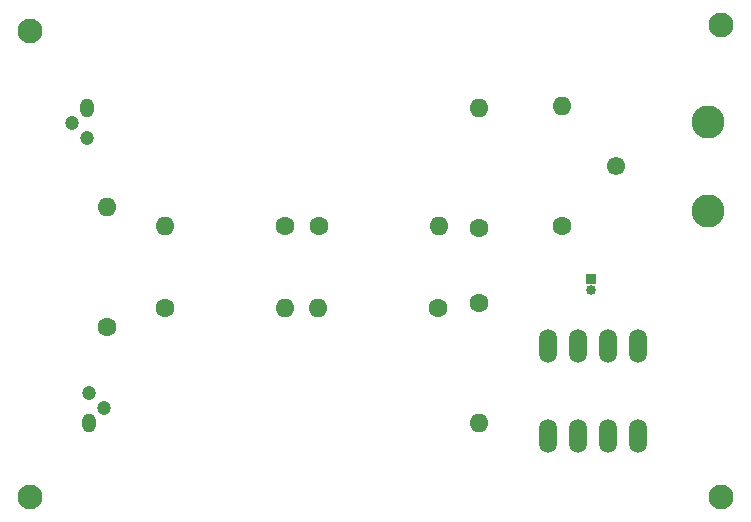
<source format=gbr>
%TF.GenerationSoftware,KiCad,Pcbnew,8.0.8*%
%TF.CreationDate,2025-02-03T10:15:12-05:00*%
%TF.ProjectId,Balanced Polarimeter,42616c61-6e63-4656-9420-506f6c617269,rev?*%
%TF.SameCoordinates,Original*%
%TF.FileFunction,Soldermask,Bot*%
%TF.FilePolarity,Negative*%
%FSLAX46Y46*%
G04 Gerber Fmt 4.6, Leading zero omitted, Abs format (unit mm)*
G04 Created by KiCad (PCBNEW 8.0.8) date 2025-02-03 10:15:12*
%MOMM*%
%LPD*%
G01*
G04 APERTURE LIST*
%ADD10C,1.600000*%
%ADD11O,1.600000X1.600000*%
%ADD12R,0.850000X0.850000*%
%ADD13O,0.850000X0.850000*%
%ADD14C,2.800000*%
%ADD15C,1.550000*%
%ADD16O,1.200000X1.600000*%
%ADD17C,1.200000*%
%ADD18C,2.100000*%
%ADD19O,1.524800X2.845600*%
G04 APERTURE END LIST*
D10*
%TO.C,R8*%
X170500000Y-81580000D03*
D11*
X170500000Y-71420000D03*
%TD*%
D10*
%TO.C,R3*%
X163500000Y-81751300D03*
D11*
X163500000Y-71591300D03*
%TD*%
D10*
%TO.C,R7*%
X163500000Y-88091300D03*
D11*
X163500000Y-98251300D03*
%TD*%
D10*
%TO.C,R2*%
X132000000Y-90080000D03*
D11*
X132000000Y-79920000D03*
%TD*%
D10*
%TO.C,R5*%
X149920000Y-81500000D03*
D11*
X160080000Y-81500000D03*
%TD*%
D12*
%TO.C,J2*%
X173000100Y-86000000D03*
D13*
X173000100Y-87000000D03*
%TD*%
D14*
%TO.C,J1*%
X182862500Y-80300000D03*
X182862500Y-72700000D03*
D15*
X175062500Y-76500000D03*
%TD*%
D16*
%TO.C,D1*%
X130500000Y-98211300D03*
D17*
X131770000Y-96941300D03*
X130500000Y-95671300D03*
%TD*%
D18*
%TO.C,H1*%
X125500000Y-65000000D03*
%TD*%
%TO.C,H4*%
X184000000Y-104500000D03*
%TD*%
%TO.C,H3*%
X125500000Y-104500000D03*
%TD*%
%TO.C,H2*%
X184000000Y-64500000D03*
%TD*%
D19*
%TO.C,IC1*%
X176946800Y-91690000D03*
X174406800Y-91690000D03*
X171866800Y-91690000D03*
X169326800Y-91690000D03*
X169326800Y-99310000D03*
X171866800Y-99310000D03*
X174406800Y-99310000D03*
X176946800Y-99310000D03*
%TD*%
D16*
%TO.C,D2*%
X130315300Y-71586000D03*
D17*
X129045300Y-72856000D03*
X130315300Y-74126000D03*
%TD*%
D10*
%TO.C,R4*%
X160000000Y-88500000D03*
D11*
X149840000Y-88500000D03*
%TD*%
D10*
%TO.C,R6*%
X136920000Y-88500000D03*
D11*
X147080000Y-88500000D03*
%TD*%
D10*
%TO.C,R1*%
X147048800Y-81500000D03*
D11*
X136888800Y-81500000D03*
%TD*%
M02*

</source>
